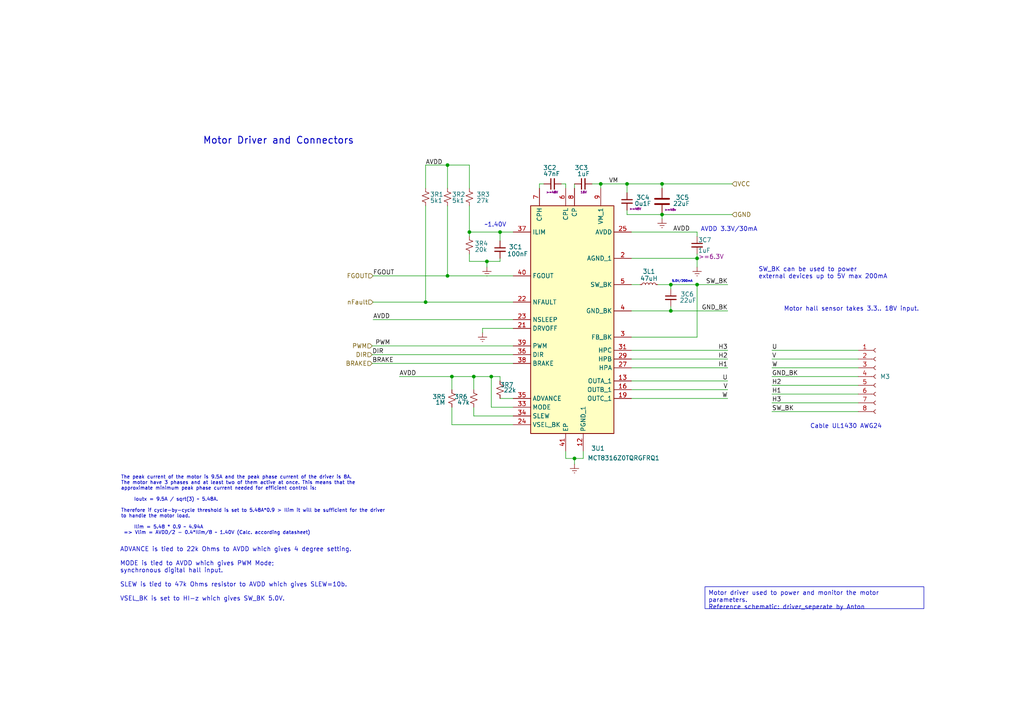
<source format=kicad_sch>
(kicad_sch (version 20231120) (generator "eeschema") (generator_version "8.0")
  (paper "A4")
  (lib_symbols
    (symbol "Connector:Conn_01x08_Socket" (pin_names (offset 1.016) hide)
      (property "Reference" "J" (at 0 10.16 0))
      (property "Value" "Conn_01x08_Socket" (at 0 -12.7 0))
      (symbol "Conn_01x08_Socket_1_1"
        (arc (start 0 -9.652) (mid -0.5058 -10.16) (end 0 -10.668) (stroke (width 0.1524)))
        (arc (start 0 -7.112) (mid -0.5058 -7.62) (end 0 -8.128) (stroke (width 0.1524)))
        (arc (start 0 -4.572) (mid -0.5058 -5.08) (end 0 -5.588) (stroke (width 0.1524)))
        (arc (start 0 -2.032) (mid -0.5058 -2.54) (end 0 -3.048) (stroke (width 0.1524)))
        (polyline (pts (xy -1.27 -10.16) (xy -0.508 -10.16)) (stroke (width 0.1524)))
        (polyline (pts (xy -1.27 -7.62) (xy -0.508 -7.62)) (stroke (width 0.1524)))
        (polyline (pts (xy -1.27 -5.08) (xy -0.508 -5.08)) (stroke (width 0.1524)))
        (polyline (pts (xy -1.27 -2.54) (xy -0.508 -2.54)) (stroke (width 0.1524)))
        (polyline (pts (xy -1.27 0) (xy -0.508 0)) (stroke (width 0.1524)))
        (polyline (pts (xy -1.27 2.54) (xy -0.508 2.54)) (stroke (width 0.1524)))
        (polyline (pts (xy -1.27 5.08) (xy -0.508 5.08)) (stroke (width 0.1524)))
        (polyline (pts (xy -1.27 7.62) (xy -0.508 7.62)) (stroke (width 0.1524)))
        (arc (start 0 0.508) (mid -0.5058 0) (end 0 -0.508) (stroke (width 0.1524)))
        (arc (start 0 3.048) (mid -0.5058 2.54) (end 0 2.032) (stroke (width 0.1524)))
        (arc (start 0 5.588) (mid -0.5058 5.08) (end 0 4.572) (stroke (width 0.1524)))
        (arc (start 0 8.128) (mid -0.5058 7.62) (end 0 7.112) (stroke (width 0.1524)))
        (pin passive line (at -5.08 7.62 0) (length 3.81) (name "Pin_1") (number "1"))
        (pin passive line (at -5.08 5.08 0) (length 3.81) (name "Pin_2") (number "2"))
        (pin passive line (at -5.08 2.54 0) (length 3.81) (name "Pin_3") (number "3"))
        (pin passive line (at -5.08 0 0) (length 3.81) (name "Pin_4") (number "4"))
        (pin passive line (at -5.08 -2.54 0) (length 3.81) (name "Pin_5") (number "5"))
        (pin passive line (at -5.08 -5.08 0) (length 3.81) (name "Pin_6") (number "6"))
        (pin passive line (at -5.08 -7.62 0) (length 3.81) (name "Pin_7") (number "7"))
        (pin passive line (at -5.08 -10.16 0) (length 3.81) (name "Pin_8") (number "8"))
      )
    )
    (symbol "Device:C" (pin_numbers hide) (pin_names (offset 0.254))
      (property "Reference" "C" (at 0.635 2.54 0))
      (property "Value" "C" (at 0.635 -2.54 0))
      (symbol "C_0_1"
        (polyline (pts (xy -2.032 -0.762) (xy 2.032 -0.762)) (stroke (width 0.508)))
        (polyline (pts (xy -2.032 0.762) (xy 2.032 0.762)) (stroke (width 0.508)))
      )
      (symbol "C_1_1"
        (pin passive line (at 0 3.81 270) (length 2.794) (name "~") (number "1"))
        (pin passive line (at 0 -3.81 90) (length 2.794) (name "~") (number "2"))
      )
    )
    (symbol "Device:C_Small" (pin_numbers hide) (pin_names (offset 0.254) hide)
      (property "Reference" "C" (at 0.254 1.778 0))
      (property "Value" "C_Small" (at 0.254 -2.032 0))
      (symbol "C_Small_0_1"
        (polyline (pts (xy -1.524 -0.508) (xy 1.524 -0.508)) (stroke (width 0.3302)))
        (polyline (pts (xy -1.524 0.508) (xy 1.524 0.508)) (stroke (width 0.3048)))
      )
      (symbol "C_Small_1_1"
        (pin passive line (at 0 2.54 270) (length 2.032) (name "~") (number "1"))
        (pin passive line (at 0 -2.54 90) (length 2.032) (name "~") (number "2"))
      )
    )
    (symbol "Device:L_Small" (pin_numbers hide) (pin_names (offset 0.254) hide)
      (property "Reference" "L" (at 0.762 1.016 0))
      (property "Value" "L_Small" (at 0.762 -1.016 0))
      (symbol "L_Small_0_1"
        (arc (start 0 -2.032) (mid 0.5058 -1.524) (end 0 -1.016))
        (arc (start 0 -1.016) (mid 0.5058 -0.508) (end 0 0))
        (arc (start 0 0) (mid 0.5058 0.508) (end 0 1.016))
        (arc (start 0 1.016) (mid 0.5058 1.524) (end 0 2.032))
      )
      (symbol "L_Small_1_1"
        (pin passive line (at 0 2.54 270) (length 0.508) (name "~") (number "1"))
        (pin passive line (at 0 -2.54 90) (length 0.508) (name "~") (number "2"))
      )
    )
    (symbol "Device:R_Small_US" (pin_numbers hide) (pin_names (offset 0.254) hide)
      (property "Reference" "R" (at 0.762 0.508 0))
      (property "Value" "R_Small_US" (at 0.762 -1.016 0))
      (symbol "R_Small_US_1_1"
        (polyline (pts (xy 0 0) (xy 1.016 -0.381) (xy 0 -0.762) (xy -1.016 -1.143) (xy 0 -1.524)))
        (polyline (pts (xy 0 1.524) (xy 1.016 1.143) (xy 0 0.762) (xy -1.016 0.381) (xy 0 0)))
        (pin passive line (at 0 2.54 270) (length 1.016) (name "~") (number "1"))
        (pin passive line (at 0 -2.54 90) (length 1.016) (name "~") (number "2"))
      )
    )
    (symbol "MCT8316Z0TQRGFRQ1:MCT8316Z0TQRGFRQ1"
      (property "Reference" "IC?" (at 5.08 -54.61 0))
      (property "Value" "MCT8316Z0TQRGFRQ1" (at 21.59 -54.61 0))
      (symbol "MCT8316Z0TQRGFRQ1_1_1"
        (rectangle (start 5.08 12.7) (end 29.21 -53.34) (stroke (width 0.254)) (fill (type background)))
        (pin no_connect line (at 29.21 -5.08 180) (length 5.08) hide (name "NC") (number "1"))
        (pin passive line (at 25.4 17.78 270) (length 5.08) hide (name "VM_2") (number "10"))
        (pin passive line (at 25.4 17.78 270) (length 5.08) hide (name "VM_3") (number "11"))
        (pin passive line (at 20.32 -58.42 90) (length 5.08) (name "PGND_1") (number "12"))
        (pin passive line (at 34.29 -38.1 180) (length 5.08) (name "OUTA_1") (number "13"))
        (pin passive line (at 34.29 -38.1 180) (length 5.08) hide (name "OUTA_2") (number "14"))
        (pin passive line (at 20.32 -58.42 90) (length 5.08) hide (name "PGND_2") (number "15"))
        (pin passive line (at 34.29 -40.64 180) (length 5.08) (name "OUTB_1") (number "16"))
        (pin passive line (at 34.29 -40.64 180) (length 5.08) hide (name "OUTB_2") (number "17"))
        (pin passive line (at 20.32 -58.42 90) (length 5.08) hide (name "PGND_3") (number "18"))
        (pin passive line (at 34.29 -43.18 180) (length 5.08) (name "OUTC_1") (number "19"))
        (pin passive line (at 34.29 -2.54 180) (length 5.08) (name "AGND_1") (number "2"))
        (pin passive line (at 34.29 -43.18 180) (length 5.08) hide (name "OUTC_2") (number "20"))
        (pin passive line (at 0 -22.86 0) (length 5.08) (name "DRVOFF") (number "21"))
        (pin passive line (at 0 -15.24 0) (length 5.08) (name "NFAULT") (number "22"))
        (pin passive line (at 0 -20.32 0) (length 5.08) (name "NSLEEP") (number "23"))
        (pin passive line (at 0 -50.8 0) (length 5.08) (name "VSEL_BK") (number "24"))
        (pin passive line (at 34.29 5.08 180) (length 5.08) (name "AVDD") (number "25"))
        (pin passive line (at 34.29 -2.54 180) (length 5.08) hide (name "AGND_2") (number "26"))
        (pin passive line (at 34.29 -34.29 180) (length 5.08) (name "HPA") (number "27"))
        (pin no_connect line (at 29.21 -21.59 180) (length 5.08) hide (name "HNA") (number "28"))
        (pin passive line (at 34.29 -31.75 180) (length 5.08) (name "HPB") (number "29"))
        (pin passive line (at 34.29 -25.4 180) (length 5.08) (name "FB_BK") (number "3"))
        (pin no_connect line (at 29.21 -21.59 180) (length 5.08) hide (name "HNB") (number "30"))
        (pin passive line (at 34.29 -29.21 180) (length 5.08) (name "HPC") (number "31"))
        (pin no_connect line (at 29.21 -21.59 180) (length 5.08) hide (name "HNC") (number "32"))
        (pin passive line (at 0 -45.72 0) (length 5.08) (name "MODE") (number "33"))
        (pin passive line (at 0 -48.26 0) (length 5.08) (name "SLEW") (number "34"))
        (pin passive line (at 0 -43.18 0) (length 5.08) (name "ADVANCE") (number "35"))
        (pin passive line (at 0 -30.48 0) (length 5.08) (name "DIR") (number "36"))
        (pin passive line (at 0 5.08 0) (length 5.08) (name "ILIM") (number "37"))
        (pin passive line (at 0 -33.02 0) (length 5.08) (name "BRAKE") (number "38"))
        (pin passive line (at 0 -27.94 0) (length 5.08) (name "PWM") (number "39"))
        (pin passive line (at 34.29 -17.78 180) (length 5.08) (name "GND_BK") (number "4"))
        (pin passive line (at 0 -7.62 0) (length 5.08) (name "FGOUT") (number "40"))
        (pin passive line (at 15.24 -58.42 90) (length 5.08) (name "EP") (number "41"))
        (pin passive line (at 34.29 -10.16 180) (length 5.08) (name "SW_BK") (number "5"))
        (pin passive line (at 15.24 17.78 270) (length 5.08) (name "CPL") (number "6"))
        (pin passive line (at 7.62 17.78 270) (length 5.08) (name "CPH") (number "7"))
        (pin passive line (at 17.78 17.78 270) (length 5.08) (name "CP") (number "8"))
        (pin passive line (at 25.4 17.78 270) (length 5.08) (name "VM_1") (number "9"))
      )
    )
    (symbol "power:GNDREF" (power) (pin_names (offset 0))
      (property "Value" "GNDREF" (at 0 -3.81 0))
      (symbol "GNDREF_0_1"
        (polyline (pts (xy -0.635 -1.905) (xy 0.635 -1.905)))
        (polyline (pts (xy -0.127 -2.54) (xy 0.127 -2.54)))
        (polyline (pts (xy 0 -1.27) (xy 0 0)))
        (polyline (pts (xy 1.27 -1.27) (xy -1.27 -1.27)))
      )
      (symbol "GNDREF_1_1"
        (pin power_in line (at 0 0 270) (length 0) hide (name "GNDREF") (number "1"))
      )
    )
  )
  (junction (at 202.184 74.93))
  (junction (at 192.024 62.23))
  (junction (at 137.414 109.22))
  (junction (at 194.564 82.55))
  (junction (at 136.144 67.31))
  (junction (at 129.794 47.879))
  (junction (at 192.024 53.34))
  (junction (at 123.444 87.63))
  (junction (at 174.244 53.34))
  (junction (at 166.624 132.969))
  (junction (at 142.494 109.22))
  (junction (at 131.064 109.22))
  (junction (at 194.564 90.17))
  (junction (at 145.034 67.31))
  (junction (at 202.184 82.55))
  (junction (at 141.224 75.819))
  (junction (at 129.794 80.01))
  (junction (at 181.864 53.34))
  (wire (pts (xy 223.901 119.38) (xy 248.92 119.38)))
  (wire (pts (xy 123.444 47.879) (xy 123.444 54.61)))
  (wire (pts (xy 192.024 53.34) (xy 212.344 53.34)))
  (wire (pts (xy 190.754 82.55) (xy 194.564 82.55)))
  (wire (pts (xy 202.184 82.55) (xy 202.184 97.79)))
  (wire (pts (xy 108.204 87.63) (xy 123.444 87.63)))
  (wire (pts (xy 131.064 123.19) (xy 148.844 123.19)))
  (wire (pts (xy 123.444 59.69) (xy 123.444 87.63)))
  (wire (pts (xy 183.134 97.79) (xy 202.184 97.79)))
  (wire (pts (xy 183.134 101.6) (xy 211.074 101.6)))
  (wire (pts (xy 166.624 132.969) (xy 166.624 134.62)))
  (wire (pts (xy 142.494 109.22) (xy 145.034 109.22)))
  (wire (pts (xy 129.794 80.01) (xy 148.844 80.01)))
  (wire (pts (xy 129.794 47.879) (xy 129.794 54.61)))
  (wire (pts (xy 223.901 111.76) (xy 248.92 111.76)))
  (wire (pts (xy 141.224 75.819) (xy 141.224 77.47)))
  (wire (pts (xy 115.824 109.22) (xy 131.064 109.22)))
  (wire (pts (xy 137.414 120.65) (xy 148.844 120.65)))
  (wire (pts (xy 107.95 100.33) (xy 148.844 100.33)))
  (wire (pts (xy 145.034 67.31) (xy 145.034 69.85)))
  (wire (pts (xy 164.084 53.34) (xy 164.084 54.61)))
  (wire (pts (xy 129.794 47.879) (xy 136.144 47.879)))
  (wire (pts (xy 202.184 67.31) (xy 202.184 68.58)))
  (wire (pts (xy 192.024 62.23) (xy 192.024 63.5)))
  (wire (pts (xy 136.144 47.879) (xy 136.144 54.61)))
  (wire (pts (xy 223.901 114.3) (xy 248.92 114.3)))
  (wire (pts (xy 181.864 60.96) (xy 181.864 62.23)))
  (wire (pts (xy 194.564 82.55) (xy 202.184 82.55)))
  (wire (pts (xy 223.901 109.22) (xy 248.92 109.22)))
  (wire (pts (xy 156.464 53.34) (xy 157.734 53.34)))
  (wire (pts (xy 181.864 53.34) (xy 181.864 55.88)))
  (wire (pts (xy 223.901 104.14) (xy 248.92 104.14)))
  (wire (pts (xy 142.494 109.22) (xy 142.494 118.11)))
  (wire (pts (xy 107.95 105.41) (xy 148.844 105.41)))
  (wire (pts (xy 169.164 132.969) (xy 166.624 132.969)))
  (wire (pts (xy 223.901 106.68) (xy 248.92 106.68)))
  (wire (pts (xy 183.134 115.57) (xy 211.074 115.57)))
  (wire (pts (xy 164.084 53.34) (xy 162.814 53.34)))
  (wire (pts (xy 137.414 109.22) (xy 137.414 113.03)))
  (wire (pts (xy 194.564 90.17) (xy 211.074 90.17)))
  (wire (pts (xy 136.144 67.31) (xy 145.034 67.31)))
  (wire (pts (xy 166.624 132.969) (xy 164.084 132.969)))
  (wire (pts (xy 183.134 74.93) (xy 202.184 74.93)))
  (wire (pts (xy 183.134 106.68) (xy 211.074 106.68)))
  (wire (pts (xy 108.204 92.71) (xy 148.844 92.71)))
  (wire (pts (xy 129.794 80.01) (xy 108.204 80.01)))
  (wire (pts (xy 136.144 59.69) (xy 136.144 67.31)))
  (wire (pts (xy 202.184 74.93) (xy 202.184 77.47)))
  (wire (pts (xy 192.024 62.23) (xy 212.344 62.23)))
  (wire (pts (xy 192.024 53.34) (xy 192.024 54.61)))
  (wire (pts (xy 139.954 95.25) (xy 139.954 96.52)))
  (wire (pts (xy 156.464 53.34) (xy 156.464 54.61)))
  (wire (pts (xy 142.494 118.11) (xy 148.844 118.11)))
  (wire (pts (xy 131.064 113.03) (xy 131.064 109.22)))
  (wire (pts (xy 136.144 67.31) (xy 136.144 68.58)))
  (wire (pts (xy 183.134 104.14) (xy 211.074 104.14)))
  (wire (pts (xy 183.134 67.31) (xy 202.184 67.31)))
  (wire (pts (xy 166.624 53.34) (xy 166.624 54.61)))
  (wire (pts (xy 139.954 95.25) (xy 148.844 95.25)))
  (wire (pts (xy 145.034 67.31) (xy 148.844 67.31)))
  (wire (pts (xy 223.901 101.6) (xy 248.92 101.6)))
  (wire (pts (xy 131.064 118.11) (xy 131.064 123.19)))
  (wire (pts (xy 223.901 116.84) (xy 248.92 116.84)))
  (wire (pts (xy 181.864 62.23) (xy 192.024 62.23)))
  (wire (pts (xy 183.134 110.49) (xy 211.074 110.49)))
  (wire (pts (xy 183.134 82.55) (xy 185.674 82.55)))
  (wire (pts (xy 145.034 74.93) (xy 145.034 75.819)))
  (wire (pts (xy 183.134 113.03) (xy 211.074 113.03)))
  (wire (pts (xy 174.244 53.34) (xy 181.864 53.34)))
  (wire (pts (xy 129.794 59.69) (xy 129.794 80.01)))
  (wire (pts (xy 107.95 102.87) (xy 148.844 102.87)))
  (wire (pts (xy 136.144 75.819) (xy 136.144 73.66)))
  (wire (pts (xy 181.864 53.34) (xy 192.024 53.34)))
  (wire (pts (xy 145.034 109.22) (xy 145.034 110.49)))
  (wire (pts (xy 123.444 47.879) (xy 129.794 47.879)))
  (wire (pts (xy 183.134 90.17) (xy 194.564 90.17)))
  (wire (pts (xy 169.164 130.81) (xy 169.164 132.969)))
  (wire (pts (xy 141.224 75.819) (xy 145.034 75.819)))
  (wire (pts (xy 202.184 82.55) (xy 211.074 82.55)))
  (wire (pts (xy 131.064 109.22) (xy 137.414 109.22)))
  (wire (pts (xy 145.034 115.57) (xy 148.844 115.57)))
  (wire (pts (xy 123.444 87.63) (xy 148.844 87.63)))
  (wire (pts (xy 194.564 88.9) (xy 194.564 90.17)))
  (wire (pts (xy 137.414 118.11) (xy 137.414 120.65)))
  (wire (pts (xy 194.564 82.55) (xy 194.564 83.82)))
  (wire (pts (xy 171.704 53.34) (xy 174.244 53.34)))
  (wire (pts (xy 202.184 73.66) (xy 202.184 74.93)))
  (wire (pts (xy 164.084 132.969) (xy 164.084 130.81)))
  (wire (pts (xy 141.224 75.819) (xy 136.144 75.819)))
  (wire (pts (xy 174.244 53.34) (xy 174.244 54.61)))
  (wire (pts (xy 137.414 109.22) (xy 142.494 109.22)))
  (text_box "Motor driver used to power and monitor the motor parameters.\nReference schematic: driver_seperate by Anton" (at 204.47 170.18 0) (size 63.5 6.35) (effects (font (size 1.27 1.27)) (justify left top)))
  (text "5.0V/200mA" (at 194.818 82.042 0) (effects (font (size 0.635 0.635)) (justify left bottom)))
  (text "ADVANCE is tied to 22k Ohms to AVDD which gives 4 degree setting.\n\nMODE is tied to AVDD which gives PWM Mode;\nsynchronous digital hall input.\n\nSLEW is tied to 47k Ohms resistor to AVDD which gives SLEW=10b.\n\nVSEL_BK is set to HI-z which gives SW_BK 5.0V." (at 34.798 174.498 0) (effects (font (size 1.27 1.27)) (justify left bottom)))
  (text "Cable UL1430 AWG24" (at 234.95 124.46 0) (effects (font (size 1.27 1.27)) (justify left bottom)))
  (text "The peak current of the motor is 9.5A and the peak phase current of the driver is 8A.\nThe motor have 3 phases and at least two of them active at once. This means that the\napproximate minimum peak phase current needed for efficient control is:\n	\n	Ioutx = 9.5A / sqrt(3) ~ 5.48A.\n\nTherefore if cycle-by-cycle threshold is set to 5.48A*0.9 > Ilim it will be sufficient for the driver\nto handle the motor load.\n\n	Ilim = 5.48 * 0.9 ~ 4.94A\n => Vlim = AVDD/2 - 0.4*Ilim/8 ~ 1.40V (Calc. according datasheet)" (at 35.052 155.194 0) (effects (font (size 1 1)) (justify left bottom)))
  (text "Motor hall sensor takes 3.3.. 18V input." (at 227.33 90.424 0) (effects (font (size 1.27 1.27)) (justify left bottom)))
  (text "~1.40V" (at 140.462 66.04 0) (effects (font (size 1.27 1.27)) (justify left bottom)))
  (text "AVDD 3.3V/30mA" (at 203.2 67.31 0) (effects (font (size 1.27 1.27)) (justify left bottom)))
  (text "SW_BK can be used to power \nexternal devices up to 5V max 200mA\n" (at 219.964 81.026 0) (effects (font (size 1.27 1.27)) (justify left bottom)))
  (text "Motor Driver and Connectors" (at 58.801 42.037 0) (effects (font (size 2 2) (thickness 0.254) (bold yes)) (justify left bottom)))
  (label "BRAKE" (at 107.95 105.41 0))
  (label "PWM" (at 108.839 100.33 0))
  (label "H2" (at 223.901 111.76 0))
  (label "AVDD" (at 123.444 48.006 0))
  (label "H3" (at 223.901 116.84 0))
  (label "H1" (at 211.074 106.68 180))
  (label "SW_BK" (at 211.074 82.55 180))
  (label "W" (at 223.901 106.68 0))
  (label "U" (at 211.074 110.49 180))
  (label "U" (at 223.901 101.6 0))
  (label "H1" (at 223.901 114.3 0))
  (label "AVDD" (at 108.204 92.71 0))
  (label "SW_BK" (at 223.901 119.38 0))
  (label "AVDD" (at 115.824 109.22 0))
  (label "H2" (at 211.074 104.14 180))
  (label "GND_BK" (at 223.901 109.22 0))
  (label "W" (at 211.074 115.57 180))
  (label "V" (at 211.074 113.03 180))
  (label "VM" (at 179.324 53.34 180))
  (label "DIR" (at 107.95 102.87 0))
  (label "FGOUT" (at 108.204 80.01 0))
  (label "H3" (at 211.074 101.6 180))
  (label "GND_BK" (at 211.074 90.17 180))
  (label "AVDD" (at 195.199 67.31 0))
  (label "V" (at 223.901 104.14 0))
  (hierarchical_label "DIR" (shape input) (at 107.95 102.87 180))
  (hierarchical_label "PWM" (shape input) (at 107.95 100.33 180))
  (hierarchical_label "nFault" (shape input) (at 108.204 87.63 180))
  (hierarchical_label "BRAKE" (shape input) (at 107.95 105.41 180))
  (hierarchical_label "FGOUT" (shape input) (at 108.204 80.01 180))
  (hierarchical_label "VCC" (shape input) (at 212.344 53.34 0))
  (hierarchical_label "GND" (shape input) (at 212.344 62.23 0))
  (symbol (lib_id "Device:L_Small") (at 188.214 82.55 90) (unit 1)
    (property "Reference" "3L1" (at 188.214 78.74 90))
    (property "Value" "47uH" (at 188.214 80.772 90))
    (property "Footprint" "Inductor_SMD:L_0805_2012Metric" (effects (hide yes)))
    (property "Description" "MFR.Part # CMI201212J470KT JLCPCB Part # C105499" (effects (hide yes)))
  )
  (symbol (lib_id "power:GNDREF") (at 166.624 134.62 0) (unit 1)
    (property "Reference" "#PWR033" (effects (hide yes)))
    (property "Value" "GNDREF" (effects (hide yes)))
  )
  (symbol (lib_id "Device:C_Small") (at 181.864 58.42 0) (unit 1)
    (property "Reference" "3C4" (at 184.531 57.277 0) (effects (justify left)))
    (property "Value" "0u1F" (at 184.023 59.055 0) (effects (justify left)))
    (property "Footprint" "Capacitor_SMD:C_0402_1005Metric" (effects (hide yes)))
    (property "Description" "MFR.Part # CL05B104KB54PNC JLCPCB Part # C307331" (effects (hide yes)))
    (property "Voltage" ">=48V" (at 184.277 60.579 0) (effects (font (size 0.635 0.635))))
  )
  (symbol (lib_id "Connector:Conn_01x08_Socket") (at 254 109.22 0) (unit 1)
    (property "Reference" "M3" (at 255.27 109.2199 0) (effects (justify left)))
    (property "Value" "Conn_01x08_Socket" (effects (hide yes)))
    (property "Footprint" "Connector_PinHeader_2.54mm:PinHeader_1x08_P2.54mm_Vertical" (effects (hide yes)))
  )
  (symbol (lib_id "Device:R_Small_US") (at 136.144 57.15 0) (unit 1)
    (property "Reference" "3R3" (at 138.176 56.388 0) (effects (justify left)))
    (property "Value" "27k" (at 138.176 58.166 0) (effects (justify left)))
    (property "Footprint" "Resistor_SMD:R_0603_1608Metric" (effects (hide yes)))
    (property "Description" "Resistor, small US symbol" (effects (hide yes)))
  )
  (symbol (lib_id "Device:C_Small") (at 160.274 53.34 90) (unit 1)
    (property "Reference" "3C2" (at 161.417 48.641 90) (effects (justify left)))
    (property "Value" "47nF" (at 162.433 50.419 90) (effects (justify left)))
    (property "Footprint" "Capacitor_SMD:C_0402_1005Metric" (effects (hide yes)))
    (property "Description" "MFR.Part # CL05B473KB5VPNC JLCPCB Part # C307339" (effects (hide yes)))
    (property "Voltage" ">=48V" (at 160.147 55.753 90) (effects (font (size 0.635 0.635))))
  )
  (symbol (lib_id "power:GNDREF") (at 192.024 63.5 0) (unit 1)
    (property "Reference" "#PWR034" (effects (hide yes)))
    (property "Value" "GNDREF" (effects (hide yes)))
  )
  (symbol (lib_id "MCT8316Z0TQRGFRQ1:MCT8316Z0TQRGFRQ1") (at 148.844 72.39 0) (unit 1)
    (property "Reference" "3U1" (at 171.45 130.048 0) (effects (justify left)))
    (property "Value" "MCT8316Z0TQRGFRQ1" (at 170.434 132.842 0) (effects (justify left)))
    (property "Footprint" "motorDriver:RGF0040E-IPC_B" (effects (hide yes)))
    (property "Reference_1" "IC" (effects (hide yes)))
    (property "Value_1" "MCT8316Z0TQRGFRQ1" (effects (hide yes)))
    (property "Footprint_1" "QFN50P500X700X100-41N-D" (effects (hide yes)))
    (property "Datasheet_1" "https://www.ti.com/lit/ds/symlink/mct8316z-q1.pdf?ts=1644468763902&ref_url=https%253A%252F%252Fwww.ti.com%252Fproduct%252FMCT8316Z-Q1" (effects (hide yes)))
    (property "Height" "1" (effects (hide yes)))
    (property "Mouser Part Number" "595-CT8316Z0TQRGFRQ1" (effects (hide yes)))
    (property "Mouser Price/Stock" "https://www.mouser.co.uk/ProductDetail/Texas-Instruments/MCT8316Z0TQRGFRQ1?qs=doiCPypUmgGjpIW3bYp16w%3D%3D" (effects (hide yes)))
    (property "Manufacturer_Name" "Texas Instruments" (effects (hide yes)))
    (property "Manufacturer_Part_Number" "MCT8316Z0TQRGFRQ1" (effects (hide yes)))
  )
  (symbol (lib_id "power:GNDREF") (at 141.224 77.47 0) (unit 1)
    (property "Reference" "#PWR032" (effects (hide yes)))
    (property "Value" "GNDREF" (effects (hide yes)))
  )
  (symbol (lib_id "power:GNDREF") (at 139.954 96.52 0) (unit 1)
    (property "Reference" "#PWR031" (effects (hide yes)))
    (property "Value" "GNDREF" (effects (hide yes)))
  )
  (symbol (lib_id "Device:C_Small") (at 202.184 71.12 0) (unit 1)
    (property "Reference" "3C7" (at 202.438 69.596 0) (effects (justify left)))
    (property "Value" "1uF" (at 202.438 72.644 0) (effects (justify left)))
    (property "Footprint" "Capacitor_SMD:C_0402_1005Metric" (effects (hide yes)))
    (property "Description" "MFR.Part # GRM155R61A105KE15D JLCPCB Part # C76999" (effects (hide yes)))
    (property "Voltage" ">=6.3V" (at 206.248 74.422 0))
  )
  (symbol (lib_id "Device:R_Small_US") (at 123.444 57.15 0) (unit 1)
    (property "Reference" "3R1" (at 124.714 56.388 0) (effects (justify left)))
    (property "Value" "5k1" (at 124.714 58.166 0) (effects (justify left)))
    (property "Footprint" "Resistor_SMD:R_0603_1608Metric" (effects (hide yes)))
    (property "Description" "MFR.Part # ERJ3GEYJ512V JLCPCB Part # C403509" (effects (hide yes)))
  )
  (symbol (lib_id "Device:R_Small_US") (at 129.794 57.15 0) (unit 1)
    (property "Reference" "3R2" (at 131.064 56.388 0) (effects (justify left)))
    (property "Value" "5k1" (at 131.064 58.166 0) (effects (justify left)))
    (property "Footprint" "Resistor_SMD:R_0603_1608Metric" (effects (hide yes)))
    (property "Description" "MFR.Part # ERJ3GEYJ512V JLCPCB Part # C403509" (effects (hide yes)))
  )
  (symbol (lib_id "power:GNDREF") (at 202.184 77.47 0) (unit 1)
    (property "Reference" "#PWR036" (effects (hide yes)))
    (property "Value" "GNDREF" (effects (hide yes)))
  )
  (symbol (lib_id "Device:R_Small_US") (at 145.034 113.03 180) (unit 1)
    (property "Reference" "3R7" (at 148.971 111.633 0) (effects (justify left)))
    (property "Value" "22k" (at 149.733 113.157 0) (effects (justify left)))
    (property "Footprint" "Resistor_SMD:R_0402_1005Metric" (effects (hide yes)))
    (property "Description" "Resistor, small US symbol" (effects (hide yes)))
  )
  (symbol (lib_id "Device:R_Small_US") (at 131.064 115.57 180) (unit 1)
    (property "Reference" "3R5" (at 129.286 115.062 0) (effects (justify left)))
    (property "Value" "1M" (at 129.159 116.713 0) (effects (justify left)))
    (property "Footprint" "Resistor_SMD:R_0805_2012Metric" (effects (hide yes)))
    (property "Description" "Resistor, small US symbol" (effects (hide yes)))
  )
  (symbol (lib_id "Device:C_Small") (at 169.164 53.34 90) (unit 1)
    (property "Reference" "3C3" (at 170.561 48.641 90) (effects (justify left)))
    (property "Value" "1uF" (at 171.069 50.419 90) (effects (justify left)))
    (property "Footprint" "Capacitor_SMD:C_0402_1005Metric" (effects (hide yes)))
    (property "Description" "MFR.Part # CL05A105KP5NNNC JLCPCB Part # C14445" (effects (hide yes)))
    (property "Voltage" "16V" (at 169.291 55.753 90) (effects (font (size 0.635 0.635))))
  )
  (symbol (lib_id "Device:C_Small") (at 194.564 86.36 0) (unit 1)
    (property "Reference" "3C6" (at 197.358 85.344 0) (effects (justify left)))
    (property "Value" "22uF" (at 197.104 87.122 0) (effects (justify left)))
    (property "Footprint" "Capacitor_SMD:C_0402_1005Metric" (effects (hide yes)))
    (property "Description" "MFR.Part # CL05A226MQ5QUNC JLCPCB Part # C105226" (effects (hide yes)))
  )
  (symbol (lib_id "Device:R_Small_US") (at 136.144 71.12 0) (unit 1)
    (property "Reference" "3R4" (at 137.668 70.612 0) (effects (justify left)))
    (property "Value" "20k" (at 137.668 72.39 0) (effects (justify left)))
    (property "Footprint" "Resistor_SMD:R_0603_1608Metric" (effects (hide yes)))
    (property "Description" "Resistor, small US symbol" (effects (hide yes)))
  )
  (symbol (lib_id "Device:C_Small") (at 145.034 72.39 0) (unit 1)
    (property "Reference" "3C1" (at 147.574 71.628 0) (effects (justify left)))
    (property "Value" "100nF" (at 147.066 73.66 0) (effects (justify left)))
    (property "Footprint" "Capacitor_SMD:C_0402_1005Metric" (effects (hide yes)))
    (property "Description" "MFR.Part # CL05B104KO5NNNC JLCPCB Part # C1525" (effects (hide yes)))
  )
  (symbol (lib_id "Device:C") (at 192.024 58.42 0) (unit 1)
    (property "Reference" "3C5" (at 195.961 57.277 0) (effects (justify left)))
    (property "Value" "22uF" (at 195.199 59.055 0) (effects (justify left)))
    (property "Footprint" "Capacitor_SMD:C_2220_5750Metric" (effects (hide yes)))
    (property "Description" "MFR.Part # FS55X226K500EHG JLCPCB Part # C784103" (effects (hide yes)))
    (property "Voltage" ">=48v" (at 194.437 60.833 0) (effects (font (size 0.635 0.635))))
  )
  (symbol (lib_id "Device:R_Small_US") (at 137.414 115.57 180) (unit 1)
    (property "Reference" "3R6" (at 135.636 115.062 0) (effects (justify left)))
    (property "Value" "47k" (at 136.271 116.713 0) (effects (justify left)))
    (property "Footprint" "Resistor_SMD:R_0402_1005Metric" (effects (hide yes)))
    (property "Description" "Resistor, small US symbol" (effects (hide yes)))
  )
)
</source>
